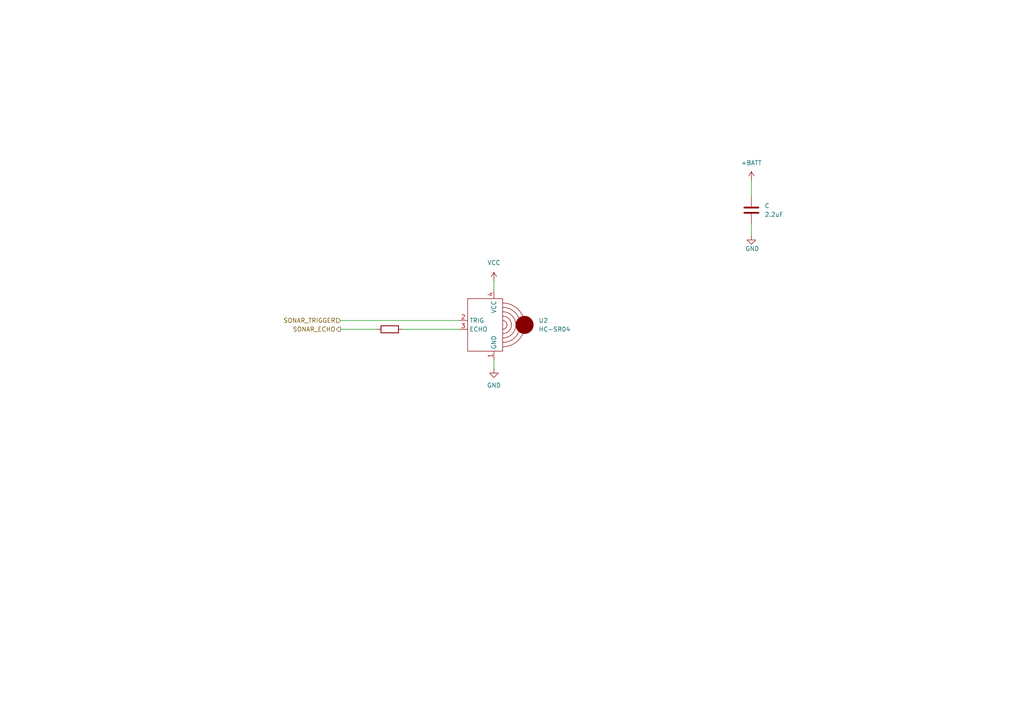
<source format=kicad_sch>
(kicad_sch (version 20230121) (generator eeschema)
  (paper "A4")
  (lib_symbols
    (symbol "Device:C" (pin_numbers hide) (pin_names (offset 0.254))
      (property "Reference" "C" (at 0.635 2.54 0))
      (property "Value" "C" (at 0.635 -2.54 0))
      (symbol "C_0_1"
        (polyline (pts (xy -2.032 -0.762) (xy 2.032 -0.762)) (stroke (width 0.508)))
        (polyline (pts (xy -2.032 0.762) (xy 2.032 0.762)) (stroke (width 0.508)))
      )
      (symbol "C_1_1"
        (pin passive line (at 0 3.81 270) (length 2.794) (name "~") (number "1"))
        (pin passive line (at 0 -3.81 90) (length 2.794) (name "~") (number "2"))
      )
    )
    (symbol "Device:R" (pin_numbers hide) (pin_names (offset 0))
      (property "Reference" "R" (at 2.032 0 90))
      (property "Value" "R" (at 0 0 90))
      (symbol "R_0_1"
        (rectangle (start -1.016 -2.54) (end 1.016 2.54) (stroke (width 0.254)))
      )
      (symbol "R_1_1"
        (pin passive line (at 0 3.81 270) (length 1.27) (name "~") (number "1"))
        (pin passive line (at 0 -3.81 90) (length 1.27) (name "~") (number "2"))
      )
    )
    (symbol "minimouse:HC-SR04"
      (property "Reference" "U" (at 0 0 0))
      (property "Value" "HC-SR04" (at 0 0 0))
      (symbol "HC-SR04_0_1"
        (rectangle (start -7.62 7.62) (end 2.54 -7.62))
        (arc (start 2.54 -6.35) (mid 7.0301 -4.4901) (end 8.89 0))
        (arc (start 2.54 -5.08) (mid 6.1321 -3.5921) (end 7.62 0))
        (arc (start 2.54 -3.81) (mid 5.2341 -2.6941) (end 6.35 0))
        (arc (start 2.54 -2.54) (mid 4.3361 -1.7961) (end 5.08 0))
        (arc (start 2.54 -1.27) (mid 3.438 -0.898) (end 3.81 0))
        (arc (start 3.81 0) (mid 3.438 0.898) (end 2.54 1.27))
        (arc (start 5.08 0) (mid 4.3361 1.7961) (end 2.54 2.54))
        (arc (start 6.35 0) (mid 5.2341 2.6941) (end 2.54 3.81))
        (arc (start 7.62 0) (mid 6.1321 3.5921) (end 2.54 5.08))
        (arc (start 8.89 0) (mid 7.0301 4.4901) (end 2.54 6.35))
      )
      (symbol "HC-SR04_1_1"
        (circle (center 8.89 0) (radius 2.54) (fill (type outline)))
        (pin power_in line (at 0 -10.16 90) (length 2.54) (name "GND") (number "1"))
        (pin input line (at -10.16 1.27 0) (length 2.54) (name "TRIG") (number "2"))
        (pin output line (at -10.16 -1.27 0) (length 2.54) (name "ECHO") (number "3"))
        (pin power_in line (at 0 10.16 270) (length 2.54) (name "VCC") (number "4"))
      )
    )
    (symbol "power:+BATT" (power) (pin_names (offset 0))
      (property "Value" "+BATT" (at 0 3.556 0))
      (symbol "+BATT_0_1"
        (polyline (pts (xy -0.762 1.27) (xy 0 2.54)))
        (polyline (pts (xy 0 0) (xy 0 2.54)))
        (polyline (pts (xy 0 2.54) (xy 0.762 1.27)))
      )
      (symbol "+BATT_1_1"
        (pin power_in line (at 0 0 90) (length 0) hide (name "+BATT") (number "1"))
      )
    )
    (symbol "power:GND" (power) (pin_names (offset 0))
      (property "Value" "GND" (at 0 -3.81 0))
      (symbol "GND_0_1"
        (polyline (pts (xy 0 0) (xy 0 -1.27) (xy 1.27 -1.27) (xy 0 -2.54) (xy -1.27 -1.27) (xy 0 -1.27)))
      )
      (symbol "GND_1_1"
        (pin power_in line (at 0 0 270) (length 0) hide (name "GND") (number "1"))
      )
    )
    (symbol "power:VCC" (power) (pin_names (offset 0))
      (property "Value" "VCC" (at 0 3.81 0))
      (symbol "VCC_0_1"
        (polyline (pts (xy -0.762 1.27) (xy 0 2.54)))
        (polyline (pts (xy 0 0) (xy 0 2.54)))
        (polyline (pts (xy 0 2.54) (xy 0.762 1.27)))
      )
      (symbol "VCC_1_1"
        (pin power_in line (at 0 0 90) (length 0) hide (name "VCC") (number "1"))
      )
    )
  )
  (wire (pts (xy 98.806 92.964) (xy 133.096 92.964)))
  (wire (pts (xy 143.256 104.394) (xy 143.256 106.934)))
  (wire (pts (xy 217.932 52.324) (xy 217.932 57.15)))
  (wire (pts (xy 143.256 81.534) (xy 143.256 84.074)))
  (wire (pts (xy 98.806 95.504) (xy 109.22 95.504)))
  (wire (pts (xy 217.932 64.77) (xy 217.932 68.326)))
  (wire (pts (xy 116.84 95.504) (xy 133.096 95.504)))
  (hierarchical_label "SONAR_TRIGGER" (shape input) (at 98.806 92.964 180))
  (hierarchical_label "SONAR_ECHO" (shape output) (at 98.806 95.504 180))
  (symbol (lib_id "power:VCC") (at 143.256 81.534 0) (unit 1)
    (property "Reference" "#PWR025" (effects hide))
    (property "Value" "VCC" (at 143.256 76.2 0))
  )
  (symbol (lib_id "Device:R") (at 113.03 95.504 270) (unit 1)
    (property "Reference" "R12" (effects hide))
    (property "Value" "100" (effects hide))
  )
  (symbol (lib_id "minimouse:HC-SR04") (at 143.256 94.234 0) (unit 1)
    (property "Reference" "U2" (at 156.21 92.964 0) (effects (justify left)))
    (property "Value" "HC-SR04" (at 156.21 95.504 0) (effects (justify left)))
    (property "Footprint" "minimouse:HC-SR04" (effects hide))
  )
  (symbol (lib_id "power:GND") (at 143.256 106.934 0) (unit 1)
    (property "Reference" "#PWR024" (effects hide))
    (property "Value" "GND" (at 143.256 111.76 0))
  )
  (symbol (lib_id "power:+BATT") (at 217.932 52.324 0) (unit 1)
    (property "Reference" "#PWR014" (effects hide))
    (property "Value" "+BATT" (at 217.932 47.244 0))
    (instances (project "minimouse" (path "" (reference "#PWR014") (unit 1)) (path "" (reference "#PWR033") (unit 1))))
  )
  (symbol (lib_id "Device:C") (at 217.932 60.96 0) (unit 1)
    (property "Reference" "C" (at 221.742 59.69 0) (effects (justify left)))
    (property "Value" "2.2uF" (at 221.742 62.23 0) (effects (justify left)))
    (instances (project "minimouse" (path "" (reference "C") (unit 1)) (path "" (reference "C9") (unit 1))))
  )
  (symbol (lib_id "power:GND") (at 217.932 68.326 0) (unit 1)
    (property "Reference" "#PWR028" (effects hide))
    (property "Value" "GND" (at 218.186 72.136 0))
    (instances (project "minimouse" (path "" (reference "#PWR028") (unit 1)) (path "" (reference "#PWR034") (unit 1))))
  )
)
</source>
